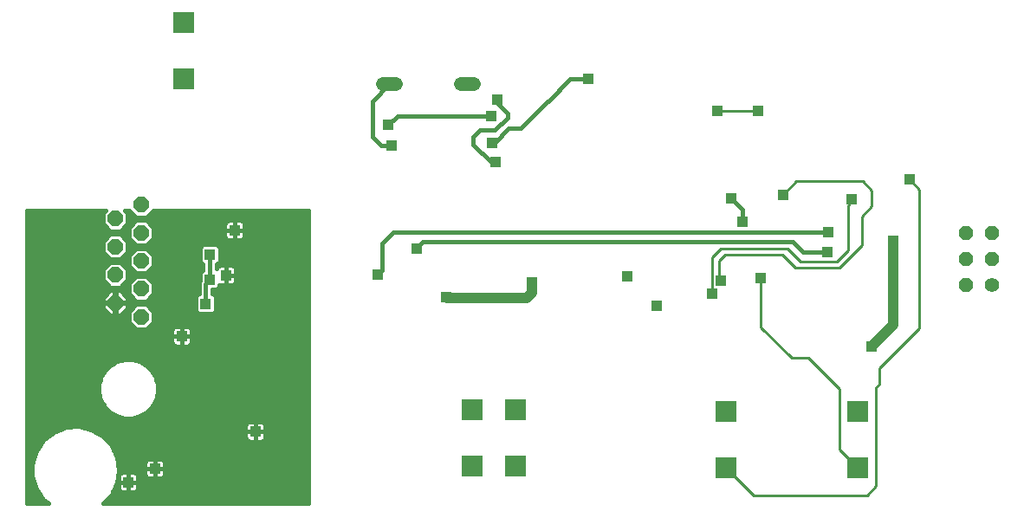
<source format=gbl>
G75*
%MOIN*%
%OFA0B0*%
%FSLAX24Y24*%
%IPPOS*%
%LPD*%
%AMOC8*
5,1,8,0,0,1.08239X$1,22.5*
%
%ADD10R,0.0827X0.0827*%
%ADD11C,0.0560*%
%ADD12OC8,0.0560*%
%ADD13C,0.0520*%
%ADD14OC8,0.0600*%
%ADD15R,0.0396X0.0396*%
%ADD16C,0.0100*%
%ADD17C,0.0160*%
%ADD18C,0.0394*%
D10*
X020424Y002097D03*
X022078Y002097D03*
X022078Y004263D03*
X020424Y004263D03*
X030164Y004219D03*
X030164Y002054D03*
X035251Y002054D03*
X035251Y004219D03*
X009294Y016991D03*
X009294Y019156D03*
D11*
X040400Y009086D03*
D12*
X039400Y009086D03*
X039400Y010086D03*
X040400Y010086D03*
X040400Y011086D03*
X039400Y011086D03*
D13*
X020483Y016798D02*
X019963Y016798D01*
X017483Y016798D02*
X016963Y016798D01*
D14*
X007680Y012167D03*
X006680Y011627D03*
X007680Y011087D03*
X006680Y010547D03*
X007680Y010007D03*
X006680Y009467D03*
X007680Y008927D03*
X006680Y008387D03*
X007680Y007847D03*
D15*
X009231Y007097D03*
X010160Y008353D03*
X010314Y009271D03*
X010948Y009448D03*
X010318Y010247D03*
X011263Y011184D03*
X016790Y009483D03*
X018271Y010475D03*
X019412Y008597D03*
X022700Y009176D03*
X026389Y009416D03*
X027523Y008286D03*
X029633Y008727D03*
X029963Y009243D03*
X031515Y009341D03*
X034078Y010326D03*
X034105Y011101D03*
X035026Y012365D03*
X037239Y013141D03*
X032389Y012554D03*
X030806Y011519D03*
X030365Y012404D03*
X036613Y010778D03*
X035778Y006692D03*
X021298Y013790D03*
X021168Y014554D03*
X021145Y015578D03*
X021381Y016192D03*
X024865Y017003D03*
X029849Y015774D03*
X031420Y015774D03*
X017326Y014432D03*
X017184Y015243D03*
X012062Y003424D03*
X008200Y002007D03*
X007176Y001483D03*
D16*
X026385Y009412D02*
X026389Y009408D01*
X026385Y009412D02*
X026385Y009416D01*
X026389Y009416D01*
X029633Y009621D02*
X029633Y008727D01*
X029963Y009243D02*
X029924Y009330D01*
X029924Y010007D01*
X030145Y010227D01*
X032334Y010227D01*
X032830Y009731D01*
X034530Y009731D01*
X035397Y010597D01*
X035397Y011711D01*
X035782Y012097D01*
X035782Y012715D01*
X035440Y013058D01*
X032893Y013058D01*
X032389Y012554D01*
X034873Y012121D02*
X035026Y012365D01*
X034873Y012121D02*
X034873Y010397D01*
X034448Y009971D01*
X033046Y009971D01*
X032546Y010471D01*
X030231Y010471D01*
X029983Y010479D01*
X029629Y010125D01*
X029633Y009621D01*
X031515Y009341D02*
X031515Y007440D01*
X032696Y006259D01*
X033353Y006259D01*
X034550Y005062D01*
X034550Y002755D01*
X035251Y002054D01*
X035960Y001334D02*
X035601Y000975D01*
X031243Y000975D01*
X030164Y002054D01*
X035960Y001334D02*
X035960Y005137D01*
X036062Y005239D01*
X036062Y005857D01*
X037613Y007408D01*
X037613Y012751D01*
X037239Y013125D01*
X037239Y013141D01*
X031420Y015774D02*
X029849Y015774D01*
D17*
X003262Y011952D02*
X003262Y000660D01*
X004100Y000660D01*
X003913Y000809D01*
X003913Y000809D01*
X003913Y000809D01*
X003631Y001223D01*
X003631Y001223D01*
X003483Y001701D01*
X003483Y002202D01*
X003631Y002681D01*
X003631Y002681D01*
X003913Y003094D01*
X003913Y003094D01*
X003913Y003094D01*
X004305Y003407D01*
X004305Y003407D01*
X004771Y003590D01*
X004771Y003590D01*
X005270Y003627D01*
X005270Y003627D01*
X005758Y003516D01*
X005758Y003516D01*
X006192Y003265D01*
X006192Y003265D01*
X006533Y002898D01*
X006533Y002898D01*
X006750Y002447D01*
X006750Y002447D01*
X006825Y001952D01*
X006750Y001456D01*
X006750Y001456D01*
X006533Y001005D01*
X006533Y001005D01*
X006212Y000660D01*
X014101Y000660D01*
X014101Y011952D01*
X008144Y011952D01*
X007879Y011687D01*
X007481Y011687D01*
X007216Y011952D01*
X007034Y011952D01*
X007160Y011826D01*
X007160Y011428D01*
X006879Y011147D01*
X006481Y011147D01*
X006200Y011428D01*
X006200Y011826D01*
X006326Y011952D01*
X003262Y011952D01*
X003262Y011909D02*
X006283Y011909D01*
X006200Y011751D02*
X003262Y011751D01*
X003262Y011592D02*
X006200Y011592D01*
X006200Y011434D02*
X003262Y011434D01*
X003262Y011275D02*
X006353Y011275D01*
X006481Y011027D02*
X006200Y010746D01*
X006200Y010348D01*
X006481Y010067D01*
X006879Y010067D01*
X007160Y010348D01*
X007160Y010746D01*
X006879Y011027D01*
X006481Y011027D01*
X006412Y010958D02*
X003262Y010958D01*
X003262Y010800D02*
X006254Y010800D01*
X006200Y010641D02*
X003262Y010641D01*
X003262Y010483D02*
X006200Y010483D01*
X006224Y010324D02*
X003262Y010324D01*
X003262Y010166D02*
X006382Y010166D01*
X006481Y009947D02*
X006200Y009666D01*
X006200Y009268D01*
X006481Y008987D01*
X006879Y008987D01*
X007160Y009268D01*
X007160Y009666D01*
X006879Y009947D01*
X006481Y009947D01*
X006383Y009849D02*
X003262Y009849D01*
X003262Y010007D02*
X007200Y010007D01*
X007200Y009849D02*
X006977Y009849D01*
X007136Y009690D02*
X007318Y009690D01*
X007200Y009808D02*
X007481Y009527D01*
X007879Y009527D01*
X008160Y009808D01*
X008160Y010206D01*
X007879Y010487D01*
X007481Y010487D01*
X007200Y010206D01*
X007200Y009808D01*
X007160Y009532D02*
X007476Y009532D01*
X007481Y009407D02*
X007200Y009126D01*
X007200Y008728D01*
X007481Y008447D01*
X007879Y008447D01*
X008160Y008728D01*
X008160Y009126D01*
X007879Y009407D01*
X007481Y009407D01*
X007447Y009373D02*
X007160Y009373D01*
X007107Y009215D02*
X007289Y009215D01*
X007200Y009056D02*
X006948Y009056D01*
X006879Y008867D02*
X006700Y008867D01*
X006700Y008407D01*
X006660Y008407D01*
X006660Y008867D01*
X006481Y008867D01*
X006200Y008586D01*
X006200Y008407D01*
X006660Y008407D01*
X006660Y008367D01*
X006200Y008367D01*
X006200Y008188D01*
X006481Y007907D01*
X006660Y007907D01*
X006660Y008367D01*
X006700Y008367D01*
X006700Y008407D01*
X007160Y008407D01*
X007160Y008586D01*
X006879Y008867D01*
X007007Y008739D02*
X007200Y008739D01*
X007200Y008898D02*
X003262Y008898D01*
X003262Y009056D02*
X006412Y009056D01*
X006253Y009215D02*
X003262Y009215D01*
X003262Y009373D02*
X006200Y009373D01*
X006200Y009532D02*
X003262Y009532D01*
X003262Y009690D02*
X006224Y009690D01*
X006978Y010166D02*
X007200Y010166D01*
X007136Y010324D02*
X007318Y010324D01*
X007160Y010483D02*
X007477Y010483D01*
X007481Y010607D02*
X007879Y010607D01*
X008160Y010888D01*
X008160Y011286D01*
X007879Y011567D01*
X007481Y011567D01*
X007200Y011286D01*
X007200Y010888D01*
X007481Y010607D01*
X007447Y010641D02*
X007160Y010641D01*
X007106Y010800D02*
X007288Y010800D01*
X007200Y010958D02*
X006948Y010958D01*
X007200Y011117D02*
X003262Y011117D01*
X007007Y011275D02*
X007200Y011275D01*
X007160Y011434D02*
X007348Y011434D01*
X007160Y011592D02*
X014101Y011592D01*
X014101Y011434D02*
X011633Y011434D01*
X011629Y011452D02*
X011605Y011493D01*
X011571Y011526D01*
X011530Y011550D01*
X011484Y011562D01*
X011263Y011562D01*
X011263Y011184D01*
X011641Y011184D01*
X011641Y011406D01*
X011629Y011452D01*
X011641Y011275D02*
X014101Y011275D01*
X014101Y011117D02*
X011641Y011117D01*
X011641Y011184D02*
X011263Y011184D01*
X011263Y011184D01*
X011263Y011184D01*
X011263Y010806D01*
X011484Y010806D01*
X011530Y010818D01*
X011571Y010842D01*
X011605Y010875D01*
X011629Y010916D01*
X011641Y010962D01*
X011641Y011184D01*
X011640Y010958D02*
X014101Y010958D01*
X014101Y010800D02*
X008072Y010800D01*
X008160Y010958D02*
X010886Y010958D01*
X010885Y010962D02*
X010897Y010916D01*
X010921Y010875D01*
X010954Y010842D01*
X010995Y010818D01*
X011041Y010806D01*
X011263Y010806D01*
X011263Y011184D01*
X011263Y011184D01*
X011263Y011562D01*
X011041Y011562D01*
X010995Y011550D01*
X010954Y011526D01*
X010921Y011493D01*
X010897Y011452D01*
X010885Y011406D01*
X010885Y011184D01*
X011263Y011184D01*
X011263Y011184D01*
X010885Y011184D01*
X010885Y010962D01*
X010885Y011117D02*
X008160Y011117D01*
X008160Y011275D02*
X010885Y011275D01*
X010892Y011434D02*
X008012Y011434D01*
X007943Y011751D02*
X014101Y011751D01*
X014101Y011909D02*
X008101Y011909D01*
X007417Y011751D02*
X007160Y011751D01*
X007077Y011909D02*
X007259Y011909D01*
X007913Y010641D02*
X014101Y010641D01*
X014101Y010483D02*
X010696Y010483D01*
X010696Y010520D02*
X010590Y010625D01*
X010045Y010625D01*
X009940Y010520D01*
X009940Y009974D01*
X010045Y009869D01*
X010058Y009869D01*
X010058Y009649D01*
X010041Y009649D01*
X009936Y009543D01*
X009936Y009254D01*
X009900Y009169D01*
X009900Y008731D01*
X009888Y008731D01*
X009782Y008626D01*
X009782Y008081D01*
X009888Y007975D01*
X010433Y007975D01*
X010538Y008081D01*
X010538Y008626D01*
X010433Y008731D01*
X010420Y008731D01*
X010420Y008892D01*
X010587Y008892D01*
X010692Y008998D01*
X010692Y009079D01*
X010726Y009070D01*
X010948Y009070D01*
X011170Y009070D01*
X011215Y009082D01*
X011256Y009106D01*
X011290Y009139D01*
X011314Y009180D01*
X011326Y009226D01*
X011326Y009448D01*
X011326Y009670D01*
X011314Y009715D01*
X011290Y009756D01*
X011256Y009790D01*
X011215Y009814D01*
X011170Y009826D01*
X010948Y009826D01*
X010948Y009448D01*
X010948Y009448D01*
X011326Y009448D01*
X010948Y009448D01*
X010948Y009448D01*
X010948Y009826D01*
X010726Y009826D01*
X010680Y009814D01*
X010639Y009790D01*
X010606Y009756D01*
X010582Y009715D01*
X010578Y009700D01*
X010578Y009869D01*
X010590Y009869D01*
X010696Y009974D01*
X010696Y010520D01*
X010696Y010324D02*
X014101Y010324D01*
X014101Y010166D02*
X010696Y010166D01*
X010696Y010007D02*
X014101Y010007D01*
X014101Y009849D02*
X010578Y009849D01*
X010948Y009690D02*
X010948Y009690D01*
X010948Y009532D02*
X010948Y009532D01*
X010948Y009448D02*
X010948Y009070D01*
X010948Y009448D01*
X010948Y009448D01*
X010948Y009373D02*
X010948Y009373D01*
X010948Y009215D02*
X010948Y009215D01*
X010692Y009056D02*
X014101Y009056D01*
X014101Y008898D02*
X010592Y008898D01*
X010420Y008739D02*
X014101Y008739D01*
X014101Y008581D02*
X010538Y008581D01*
X010538Y008422D02*
X014101Y008422D01*
X014101Y008264D02*
X010538Y008264D01*
X010538Y008105D02*
X014101Y008105D01*
X014101Y007947D02*
X008160Y007947D01*
X008160Y008046D02*
X007879Y008327D01*
X007481Y008327D01*
X007200Y008046D01*
X007200Y007648D01*
X007481Y007367D01*
X007879Y007367D01*
X008160Y007648D01*
X008160Y008046D01*
X008101Y008105D02*
X009782Y008105D01*
X009782Y008264D02*
X007942Y008264D01*
X007418Y008264D02*
X007160Y008264D01*
X007160Y008188D02*
X007160Y008367D01*
X006700Y008367D01*
X006700Y007907D01*
X006879Y007907D01*
X007160Y008188D01*
X007077Y008105D02*
X007259Y008105D01*
X007200Y007947D02*
X006919Y007947D01*
X006700Y007947D02*
X006660Y007947D01*
X006660Y008105D02*
X006700Y008105D01*
X006700Y008264D02*
X006660Y008264D01*
X006660Y008422D02*
X006700Y008422D01*
X006700Y008581D02*
X006660Y008581D01*
X006660Y008739D02*
X006700Y008739D01*
X006353Y008739D02*
X003262Y008739D01*
X003262Y008581D02*
X006200Y008581D01*
X006200Y008422D02*
X003262Y008422D01*
X003262Y008264D02*
X006200Y008264D01*
X006283Y008105D02*
X003262Y008105D01*
X003262Y007947D02*
X006441Y007947D01*
X007200Y007788D02*
X003262Y007788D01*
X003262Y007630D02*
X007218Y007630D01*
X007377Y007471D02*
X003262Y007471D01*
X003262Y007313D02*
X008853Y007313D01*
X008853Y007319D02*
X008853Y007097D01*
X008853Y006876D01*
X008865Y006830D01*
X008889Y006789D01*
X008923Y006755D01*
X008964Y006731D01*
X009009Y006719D01*
X009231Y006719D01*
X009231Y007097D01*
X009231Y007097D01*
X008853Y007097D01*
X009231Y007097D01*
X009231Y007097D01*
X009231Y006719D01*
X009453Y006719D01*
X009499Y006731D01*
X009540Y006755D01*
X009573Y006789D01*
X009597Y006830D01*
X009609Y006876D01*
X009609Y007097D01*
X009231Y007097D01*
X009231Y007097D01*
X009231Y007475D01*
X009009Y007475D01*
X008964Y007463D01*
X008923Y007439D01*
X008889Y007406D01*
X008865Y007365D01*
X008853Y007319D01*
X008853Y007154D02*
X003262Y007154D01*
X003262Y006996D02*
X008853Y006996D01*
X008863Y006837D02*
X003262Y006837D01*
X003262Y006679D02*
X014101Y006679D01*
X014101Y006837D02*
X009599Y006837D01*
X009609Y006996D02*
X014101Y006996D01*
X014101Y007154D02*
X009609Y007154D01*
X009609Y007097D02*
X009609Y007319D01*
X009597Y007365D01*
X009573Y007406D01*
X009540Y007439D01*
X009499Y007463D01*
X009453Y007475D01*
X009231Y007475D01*
X009231Y007097D01*
X009231Y007097D01*
X009609Y007097D01*
X009609Y007313D02*
X014101Y007313D01*
X014101Y007471D02*
X009469Y007471D01*
X009231Y007471D02*
X009231Y007471D01*
X009231Y007313D02*
X009231Y007313D01*
X009231Y007154D02*
X009231Y007154D01*
X009231Y006996D02*
X009231Y006996D01*
X009231Y006837D02*
X009231Y006837D01*
X008993Y007471D02*
X007983Y007471D01*
X008142Y007630D02*
X014101Y007630D01*
X014101Y007788D02*
X008160Y007788D01*
X007160Y008422D02*
X009782Y008422D01*
X009782Y008581D02*
X008013Y008581D01*
X008160Y008739D02*
X009900Y008739D01*
X009900Y008898D02*
X008160Y008898D01*
X008160Y009056D02*
X009900Y009056D01*
X009919Y009215D02*
X008071Y009215D01*
X007913Y009373D02*
X009936Y009373D01*
X009936Y009532D02*
X007884Y009532D01*
X008042Y009690D02*
X010058Y009690D01*
X010058Y009849D02*
X008160Y009849D01*
X008160Y010007D02*
X009940Y010007D01*
X009940Y010166D02*
X008160Y010166D01*
X008042Y010324D02*
X009940Y010324D01*
X009940Y010483D02*
X007883Y010483D01*
X010318Y010247D02*
X010318Y009274D01*
X010314Y009271D01*
X010160Y009117D01*
X010160Y008353D01*
X010318Y009255D02*
X010314Y009271D01*
X011323Y009215D02*
X014101Y009215D01*
X014101Y009373D02*
X011326Y009373D01*
X011326Y009532D02*
X014101Y009532D01*
X014101Y009690D02*
X011320Y009690D01*
X011263Y010958D02*
X011263Y010958D01*
X011263Y011117D02*
X011263Y011117D01*
X011263Y011275D02*
X011263Y011275D01*
X011263Y011434D02*
X011263Y011434D01*
X016960Y010676D02*
X016960Y009652D01*
X016790Y009483D01*
X018263Y010471D02*
X018523Y010731D01*
X032735Y010731D01*
X033141Y010326D01*
X034078Y010326D01*
X034105Y011101D02*
X034097Y011109D01*
X017393Y011109D01*
X016960Y010676D01*
X020440Y014487D02*
X021137Y013790D01*
X021298Y013790D01*
X020440Y014487D02*
X020440Y014767D01*
X020715Y015042D01*
X021290Y015042D01*
X021763Y015515D01*
X021763Y015672D01*
X021373Y016062D01*
X021373Y016184D01*
X021381Y016192D01*
X021145Y015578D02*
X017530Y015578D01*
X017184Y015243D01*
X016578Y014767D02*
X016578Y016152D01*
X017223Y016798D01*
X016578Y014767D02*
X016900Y014444D01*
X016900Y014440D01*
X016908Y014432D01*
X017326Y014432D01*
X021168Y014554D02*
X021274Y014554D01*
X021810Y015089D01*
X022271Y015089D01*
X023326Y016145D01*
X023330Y016145D01*
X024188Y017003D01*
X024865Y017003D01*
X030365Y012404D02*
X030806Y011963D01*
X030806Y011519D01*
X014101Y006520D02*
X003262Y006520D01*
X003262Y006362D02*
X014101Y006362D01*
X014101Y006203D02*
X007343Y006203D01*
X007329Y006207D02*
X007031Y006207D01*
X006744Y006130D01*
X006486Y005981D01*
X006276Y005771D01*
X006127Y005513D01*
X006050Y005226D01*
X006050Y004928D01*
X006127Y004641D01*
X006276Y004383D01*
X006486Y004173D01*
X006744Y004024D01*
X007031Y003947D01*
X007329Y003947D01*
X007616Y004024D01*
X007874Y004173D01*
X008084Y004383D01*
X008233Y004641D01*
X008310Y004928D01*
X008310Y005226D01*
X008233Y005513D01*
X008084Y005771D01*
X007874Y005981D01*
X007616Y006130D01*
X007329Y006207D01*
X007017Y006203D02*
X003262Y006203D01*
X003262Y006045D02*
X006596Y006045D01*
X006391Y005886D02*
X003262Y005886D01*
X003262Y005728D02*
X006251Y005728D01*
X006159Y005569D02*
X003262Y005569D01*
X003262Y005411D02*
X006100Y005411D01*
X006057Y005252D02*
X003262Y005252D01*
X003262Y005094D02*
X006050Y005094D01*
X006050Y004935D02*
X003262Y004935D01*
X003262Y004777D02*
X006091Y004777D01*
X006140Y004618D02*
X003262Y004618D01*
X003262Y004460D02*
X006232Y004460D01*
X006358Y004301D02*
X003262Y004301D01*
X003262Y004143D02*
X006538Y004143D01*
X006892Y003984D02*
X003262Y003984D01*
X003262Y003826D02*
X014101Y003826D01*
X014101Y003984D02*
X007468Y003984D01*
X007822Y004143D02*
X014101Y004143D01*
X014101Y004301D02*
X008002Y004301D01*
X008128Y004460D02*
X014101Y004460D01*
X014101Y004618D02*
X008220Y004618D01*
X008269Y004777D02*
X014101Y004777D01*
X014101Y004935D02*
X008310Y004935D01*
X008310Y005094D02*
X014101Y005094D01*
X014101Y005252D02*
X008303Y005252D01*
X008260Y005411D02*
X014101Y005411D01*
X014101Y005569D02*
X008201Y005569D01*
X008109Y005728D02*
X014101Y005728D01*
X014101Y005886D02*
X007969Y005886D01*
X007764Y006045D02*
X014101Y006045D01*
X014101Y003667D02*
X012434Y003667D01*
X012440Y003646D02*
X012428Y003692D01*
X012404Y003733D01*
X012371Y003766D01*
X012329Y003790D01*
X012284Y003802D01*
X012062Y003802D01*
X012062Y003424D01*
X012062Y003424D01*
X012440Y003424D01*
X012440Y003202D01*
X012428Y003157D01*
X012404Y003115D01*
X012371Y003082D01*
X012329Y003058D01*
X012284Y003046D01*
X012062Y003046D01*
X012062Y003424D01*
X012062Y003424D01*
X012440Y003424D01*
X012440Y003646D01*
X012440Y003509D02*
X014101Y003509D01*
X014101Y003350D02*
X012440Y003350D01*
X012437Y003192D02*
X014101Y003192D01*
X014101Y003033D02*
X006407Y003033D01*
X006544Y002875D02*
X014101Y002875D01*
X014101Y002716D02*
X006620Y002716D01*
X006697Y002558D02*
X014101Y002558D01*
X014101Y002399D02*
X006757Y002399D01*
X006781Y002241D02*
X007825Y002241D01*
X007822Y002229D02*
X007822Y002007D01*
X008200Y002007D01*
X008578Y002007D01*
X008578Y002229D01*
X008566Y002274D01*
X008542Y002315D01*
X008508Y002349D01*
X008467Y002373D01*
X008421Y002385D01*
X008200Y002385D01*
X008200Y002007D01*
X008200Y002007D01*
X008200Y002007D01*
X008578Y002007D01*
X008578Y001785D01*
X008566Y001739D01*
X008542Y001698D01*
X008508Y001665D01*
X008467Y001641D01*
X008421Y001629D01*
X008200Y001629D01*
X008200Y002007D01*
X008200Y002385D01*
X007978Y002385D01*
X007932Y002373D01*
X007891Y002349D01*
X007858Y002315D01*
X007834Y002274D01*
X007822Y002229D01*
X007822Y002082D02*
X006805Y002082D01*
X006820Y001924D02*
X007822Y001924D01*
X007822Y002007D02*
X007822Y001785D01*
X007834Y001739D01*
X007858Y001698D01*
X007891Y001665D01*
X007932Y001641D01*
X007978Y001629D01*
X008200Y001629D01*
X008200Y002007D01*
X008200Y002007D01*
X008200Y002007D01*
X007822Y002007D01*
X007827Y001765D02*
X007534Y001765D01*
X007542Y001751D02*
X007518Y001792D01*
X007485Y001825D01*
X007444Y001849D01*
X007398Y001861D01*
X007176Y001861D01*
X006954Y001861D01*
X006908Y001849D01*
X006867Y001825D01*
X006834Y001792D01*
X006810Y001751D01*
X006798Y001705D01*
X006798Y001483D01*
X006798Y001261D01*
X006810Y001216D01*
X006834Y001175D01*
X006867Y001141D01*
X006908Y001117D01*
X006954Y001105D01*
X007176Y001105D01*
X007176Y001483D01*
X007176Y001483D01*
X006798Y001483D01*
X007176Y001483D01*
X007176Y001483D01*
X007176Y001105D01*
X007398Y001105D01*
X007444Y001117D01*
X007485Y001141D01*
X007518Y001175D01*
X007542Y001216D01*
X007554Y001261D01*
X007554Y001483D01*
X007176Y001483D01*
X007176Y001483D01*
X007554Y001483D01*
X007554Y001705D01*
X007542Y001751D01*
X007554Y001607D02*
X014101Y001607D01*
X014101Y001765D02*
X008572Y001765D01*
X008578Y001924D02*
X014101Y001924D01*
X014101Y002082D02*
X008578Y002082D01*
X008575Y002241D02*
X014101Y002241D01*
X014101Y001448D02*
X007554Y001448D01*
X007554Y001290D02*
X014101Y001290D01*
X014101Y001131D02*
X007467Y001131D01*
X007176Y001131D02*
X007176Y001131D01*
X007176Y001290D02*
X007176Y001290D01*
X007176Y001448D02*
X007176Y001448D01*
X007176Y001483D02*
X007176Y001861D01*
X007176Y001483D01*
X007176Y001483D01*
X007176Y001607D02*
X007176Y001607D01*
X007176Y001765D02*
X007176Y001765D01*
X006818Y001765D02*
X006796Y001765D01*
X006798Y001607D02*
X006773Y001607D01*
X006798Y001448D02*
X006746Y001448D01*
X006798Y001290D02*
X006670Y001290D01*
X006593Y001131D02*
X006885Y001131D01*
X006502Y000973D02*
X014101Y000973D01*
X014101Y000814D02*
X006355Y000814D01*
X008200Y001765D02*
X008200Y001765D01*
X008200Y001924D02*
X008200Y001924D01*
X008200Y002082D02*
X008200Y002082D01*
X008200Y002241D02*
X008200Y002241D01*
X006260Y003192D02*
X011687Y003192D01*
X011684Y003202D02*
X011696Y003157D01*
X011720Y003115D01*
X011753Y003082D01*
X011794Y003058D01*
X011840Y003046D01*
X012062Y003046D01*
X012062Y003424D01*
X012062Y003424D01*
X011684Y003424D01*
X011684Y003202D01*
X011684Y003350D02*
X006045Y003350D01*
X005770Y003509D02*
X011684Y003509D01*
X011684Y003424D02*
X012062Y003424D01*
X012062Y003424D01*
X012062Y003802D01*
X011840Y003802D01*
X011794Y003790D01*
X011753Y003766D01*
X011720Y003733D01*
X011696Y003692D01*
X011684Y003646D01*
X011684Y003424D01*
X012062Y003350D02*
X012062Y003350D01*
X012062Y003192D02*
X012062Y003192D01*
X012062Y003509D02*
X012062Y003509D01*
X012062Y003667D02*
X012062Y003667D01*
X011689Y003667D02*
X003262Y003667D01*
X003262Y003509D02*
X004564Y003509D01*
X004234Y003350D02*
X003262Y003350D01*
X003262Y003192D02*
X004035Y003192D01*
X003871Y003033D02*
X003262Y003033D01*
X003262Y002875D02*
X003763Y002875D01*
X003655Y002716D02*
X003262Y002716D01*
X003262Y002558D02*
X003593Y002558D01*
X003544Y002399D02*
X003262Y002399D01*
X003262Y002241D02*
X003495Y002241D01*
X003483Y002082D02*
X003262Y002082D01*
X003262Y001924D02*
X003483Y001924D01*
X003483Y001765D02*
X003262Y001765D01*
X003262Y001607D02*
X003513Y001607D01*
X003561Y001448D02*
X003262Y001448D01*
X003262Y001290D02*
X003610Y001290D01*
X003693Y001131D02*
X003262Y001131D01*
X003262Y000973D02*
X003802Y000973D01*
X003910Y000814D02*
X003262Y000814D01*
X007160Y008581D02*
X007347Y008581D01*
D18*
X019412Y008597D02*
X019428Y008582D01*
X022519Y008582D01*
X022700Y008763D01*
X022700Y009176D01*
X035778Y006692D02*
X036613Y007526D01*
X036613Y010778D01*
M02*

</source>
